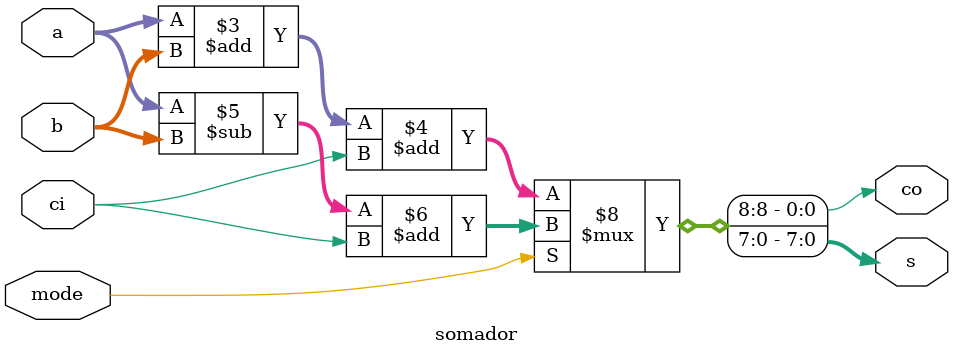
<source format=v>
`timescale 1 ns/100 ps

module somador #(parameter Size=8)
	       (output reg [Size-1:0] s, output reg co, input [Size-1:0] a, b, input ci, mode);

	always @(*) begin
		if (~mode)
			{co, s} = a + b + ci; //Soma os dois números "a", "b" e o carry-in "ci"
		else
			{co, s} = a - b + ci; //Subtrai o número "b" do "b" e soma o carry-in "ci"
	end
		

endmodule

</source>
